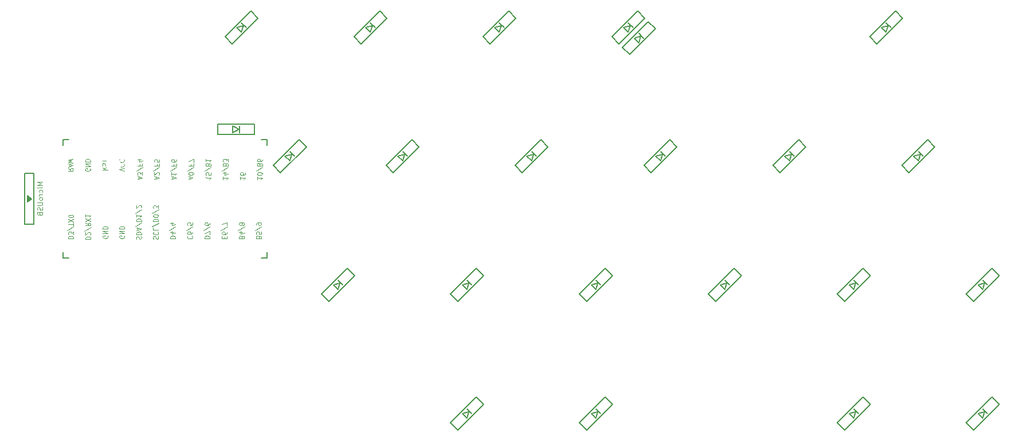
<source format=gbo>
G04 #@! TF.GenerationSoftware,KiCad,Pcbnew,(5.1.10-1-10_14)*
G04 #@! TF.CreationDate,2021-09-05T18:30:28+10:00*
G04 #@! TF.ProjectId,WTL-Split-Left,57544c2d-5370-46c6-9974-2d4c6566742e,rev?*
G04 #@! TF.SameCoordinates,Original*
G04 #@! TF.FileFunction,Legend,Bot*
G04 #@! TF.FilePolarity,Positive*
%FSLAX46Y46*%
G04 Gerber Fmt 4.6, Leading zero omitted, Abs format (unit mm)*
G04 Created by KiCad (PCBNEW (5.1.10-1-10_14)) date 2021-09-05 18:30:28*
%MOMM*%
%LPD*%
G01*
G04 APERTURE LIST*
%ADD10C,0.150000*%
%ADD11C,0.125000*%
%ADD12C,0.120000*%
%ADD13C,1.200000*%
%ADD14C,0.100000*%
%ADD15R,1.400000X1.000000*%
%ADD16C,2.250000*%
%ADD17C,3.987800*%
%ADD18C,1.750000*%
%ADD19C,3.048000*%
G04 APERTURE END LIST*
D10*
X214312500Y-82636643D02*
X215019607Y-83343750D01*
X214595343Y-83060907D02*
X213605393Y-83343750D01*
X214312500Y-84050857D02*
X214595343Y-83060907D01*
X213605393Y-83343750D02*
X214312500Y-84050857D01*
X211872982Y-84722608D02*
X212933642Y-85783268D01*
X215691358Y-80904232D02*
X216752018Y-81964892D01*
X211872982Y-84722608D02*
X215691358Y-80904232D01*
X216752018Y-81964892D02*
X212933642Y-85783268D01*
X195262500Y-82636643D02*
X195969607Y-83343750D01*
X195545343Y-83060907D02*
X194555393Y-83343750D01*
X195262500Y-84050857D02*
X195545343Y-83060907D01*
X194555393Y-83343750D02*
X195262500Y-84050857D01*
X192822982Y-84722608D02*
X193883642Y-85783268D01*
X196641358Y-80904232D02*
X197702018Y-81964892D01*
X192822982Y-84722608D02*
X196641358Y-80904232D01*
X197702018Y-81964892D02*
X193883642Y-85783268D01*
X157162500Y-82636643D02*
X157869607Y-83343750D01*
X157445343Y-83060907D02*
X156455393Y-83343750D01*
X157162500Y-84050857D02*
X157445343Y-83060907D01*
X156455393Y-83343750D02*
X157162500Y-84050857D01*
X154722982Y-84722608D02*
X155783642Y-85783268D01*
X158541358Y-80904232D02*
X159602018Y-81964892D01*
X154722982Y-84722608D02*
X158541358Y-80904232D01*
X159602018Y-81964892D02*
X155783642Y-85783268D01*
X138112500Y-82636643D02*
X138819607Y-83343750D01*
X138395343Y-83060907D02*
X137405393Y-83343750D01*
X138112500Y-84050857D02*
X138395343Y-83060907D01*
X137405393Y-83343750D02*
X138112500Y-84050857D01*
X135672982Y-84722608D02*
X136733642Y-85783268D01*
X139491358Y-80904232D02*
X140552018Y-81964892D01*
X135672982Y-84722608D02*
X139491358Y-80904232D01*
X140552018Y-81964892D02*
X136733642Y-85783268D01*
X214312500Y-63586643D02*
X215019607Y-64293750D01*
X214595343Y-64010907D02*
X213605393Y-64293750D01*
X214312500Y-65000857D02*
X214595343Y-64010907D01*
X213605393Y-64293750D02*
X214312500Y-65000857D01*
X211872982Y-65672608D02*
X212933642Y-66733268D01*
X215691358Y-61854232D02*
X216752018Y-62914892D01*
X211872982Y-65672608D02*
X215691358Y-61854232D01*
X216752018Y-62914892D02*
X212933642Y-66733268D01*
X195262500Y-63586643D02*
X195969607Y-64293750D01*
X195545343Y-64010907D02*
X194555393Y-64293750D01*
X195262500Y-65000857D02*
X195545343Y-64010907D01*
X194555393Y-64293750D02*
X195262500Y-65000857D01*
X192822982Y-65672608D02*
X193883642Y-66733268D01*
X196641358Y-61854232D02*
X197702018Y-62914892D01*
X192822982Y-65672608D02*
X196641358Y-61854232D01*
X197702018Y-62914892D02*
X193883642Y-66733268D01*
X176212500Y-63586643D02*
X176919607Y-64293750D01*
X176495343Y-64010907D02*
X175505393Y-64293750D01*
X176212500Y-65000857D02*
X176495343Y-64010907D01*
X175505393Y-64293750D02*
X176212500Y-65000857D01*
X173772982Y-65672608D02*
X174833642Y-66733268D01*
X177591358Y-61854232D02*
X178652018Y-62914892D01*
X173772982Y-65672608D02*
X177591358Y-61854232D01*
X178652018Y-62914892D02*
X174833642Y-66733268D01*
X157162500Y-63586643D02*
X157869607Y-64293750D01*
X157445343Y-64010907D02*
X156455393Y-64293750D01*
X157162500Y-65000857D02*
X157445343Y-64010907D01*
X156455393Y-64293750D02*
X157162500Y-65000857D01*
X154722982Y-65672608D02*
X155783642Y-66733268D01*
X158541358Y-61854232D02*
X159602018Y-62914892D01*
X154722982Y-65672608D02*
X158541358Y-61854232D01*
X159602018Y-62914892D02*
X155783642Y-66733268D01*
X138112500Y-63586643D02*
X138819607Y-64293750D01*
X138395343Y-64010907D02*
X137405393Y-64293750D01*
X138112500Y-65000857D02*
X138395343Y-64010907D01*
X137405393Y-64293750D02*
X138112500Y-65000857D01*
X135672982Y-65672608D02*
X136733642Y-66733268D01*
X139491358Y-61854232D02*
X140552018Y-62914892D01*
X135672982Y-65672608D02*
X139491358Y-61854232D01*
X140552018Y-62914892D02*
X136733642Y-66733268D01*
X119062500Y-63586643D02*
X119769607Y-64293750D01*
X119345343Y-64010907D02*
X118355393Y-64293750D01*
X119062500Y-65000857D02*
X119345343Y-64010907D01*
X118355393Y-64293750D02*
X119062500Y-65000857D01*
X116622982Y-65672608D02*
X117683642Y-66733268D01*
X120441358Y-61854232D02*
X121502018Y-62914892D01*
X116622982Y-65672608D02*
X120441358Y-61854232D01*
X121502018Y-62914892D02*
X117683642Y-66733268D01*
X204787500Y-44536643D02*
X205494607Y-45243750D01*
X205070343Y-44960907D02*
X204080393Y-45243750D01*
X204787500Y-45950857D02*
X205070343Y-44960907D01*
X204080393Y-45243750D02*
X204787500Y-45950857D01*
X202347982Y-46622608D02*
X203408642Y-47683268D01*
X206166358Y-42804232D02*
X207227018Y-43864892D01*
X202347982Y-46622608D02*
X206166358Y-42804232D01*
X207227018Y-43864892D02*
X203408642Y-47683268D01*
X185737500Y-44536643D02*
X186444607Y-45243750D01*
X186020343Y-44960907D02*
X185030393Y-45243750D01*
X185737500Y-45950857D02*
X186020343Y-44960907D01*
X185030393Y-45243750D02*
X185737500Y-45950857D01*
X183297982Y-46622608D02*
X184358642Y-47683268D01*
X187116358Y-42804232D02*
X188177018Y-43864892D01*
X183297982Y-46622608D02*
X187116358Y-42804232D01*
X188177018Y-43864892D02*
X184358642Y-47683268D01*
X166687500Y-44536643D02*
X167394607Y-45243750D01*
X166970343Y-44960907D02*
X165980393Y-45243750D01*
X166687500Y-45950857D02*
X166970343Y-44960907D01*
X165980393Y-45243750D02*
X166687500Y-45950857D01*
X164247982Y-46622608D02*
X165308642Y-47683268D01*
X168066358Y-42804232D02*
X169127018Y-43864892D01*
X164247982Y-46622608D02*
X168066358Y-42804232D01*
X169127018Y-43864892D02*
X165308642Y-47683268D01*
X147637500Y-44536643D02*
X148344607Y-45243750D01*
X147920343Y-44960907D02*
X146930393Y-45243750D01*
X147637500Y-45950857D02*
X147920343Y-44960907D01*
X146930393Y-45243750D02*
X147637500Y-45950857D01*
X145197982Y-46622608D02*
X146258642Y-47683268D01*
X149016358Y-42804232D02*
X150077018Y-43864892D01*
X145197982Y-46622608D02*
X149016358Y-42804232D01*
X150077018Y-43864892D02*
X146258642Y-47683268D01*
X128587500Y-44536643D02*
X129294607Y-45243750D01*
X128870343Y-44960907D02*
X127880393Y-45243750D01*
X128587500Y-45950857D02*
X128870343Y-44960907D01*
X127880393Y-45243750D02*
X128587500Y-45950857D01*
X126147982Y-46622608D02*
X127208642Y-47683268D01*
X129966358Y-42804232D02*
X131027018Y-43864892D01*
X126147982Y-46622608D02*
X129966358Y-42804232D01*
X131027018Y-43864892D02*
X127208642Y-47683268D01*
X111918750Y-44536643D02*
X112625857Y-45243750D01*
X112201593Y-44960907D02*
X111211643Y-45243750D01*
X111918750Y-45950857D02*
X112201593Y-44960907D01*
X111211643Y-45243750D02*
X111918750Y-45950857D01*
X109479232Y-46622608D02*
X110539892Y-47683268D01*
X113297608Y-42804232D02*
X114358268Y-43864892D01*
X109479232Y-46622608D02*
X113297608Y-42804232D01*
X114358268Y-43864892D02*
X110539892Y-47683268D01*
X104481250Y-40775000D02*
X104481250Y-41775000D01*
X104381250Y-41275000D02*
X103481250Y-40775000D01*
X103481250Y-41775000D02*
X104381250Y-41275000D01*
X103481250Y-40775000D02*
X103481250Y-41775000D01*
X101281250Y-40525000D02*
X101281250Y-42025000D01*
X106681250Y-40525000D02*
X106681250Y-42025000D01*
X101281250Y-40525000D02*
X106681250Y-40525000D01*
X106681250Y-42025000D02*
X101281250Y-42025000D01*
X200025000Y-25486643D02*
X200732107Y-26193750D01*
X200307843Y-25910907D02*
X199317893Y-26193750D01*
X200025000Y-26900857D02*
X200307843Y-25910907D01*
X199317893Y-26193750D02*
X200025000Y-26900857D01*
X197585482Y-27572608D02*
X198646142Y-28633268D01*
X201403858Y-23754232D02*
X202464518Y-24814892D01*
X197585482Y-27572608D02*
X201403858Y-23754232D01*
X202464518Y-24814892D02*
X198646142Y-28633268D01*
X163512500Y-27074143D02*
X164219607Y-27781250D01*
X163795343Y-27498407D02*
X162805393Y-27781250D01*
X163512500Y-28488357D02*
X163795343Y-27498407D01*
X162805393Y-27781250D02*
X163512500Y-28488357D01*
X161072982Y-29160108D02*
X162133642Y-30220768D01*
X164891358Y-25341732D02*
X165952018Y-26402392D01*
X161072982Y-29160108D02*
X164891358Y-25341732D01*
X165952018Y-26402392D02*
X162133642Y-30220768D01*
X161925000Y-25486643D02*
X162632107Y-26193750D01*
X162207843Y-25910907D02*
X161217893Y-26193750D01*
X161925000Y-26900857D02*
X162207843Y-25910907D01*
X161217893Y-26193750D02*
X161925000Y-26900857D01*
X159485482Y-27572608D02*
X160546142Y-28633268D01*
X163303858Y-23754232D02*
X164364518Y-24814892D01*
X159485482Y-27572608D02*
X163303858Y-23754232D01*
X164364518Y-24814892D02*
X160546142Y-28633268D01*
X142875000Y-25486643D02*
X143582107Y-26193750D01*
X143157843Y-25910907D02*
X142167893Y-26193750D01*
X142875000Y-26900857D02*
X143157843Y-25910907D01*
X142167893Y-26193750D02*
X142875000Y-26900857D01*
X140435482Y-27572608D02*
X141496142Y-28633268D01*
X144253858Y-23754232D02*
X145314518Y-24814892D01*
X140435482Y-27572608D02*
X144253858Y-23754232D01*
X145314518Y-24814892D02*
X141496142Y-28633268D01*
X123825000Y-25486643D02*
X124532107Y-26193750D01*
X124107843Y-25910907D02*
X123117893Y-26193750D01*
X123825000Y-26900857D02*
X124107843Y-25910907D01*
X123117893Y-26193750D02*
X123825000Y-26900857D01*
X121385482Y-27572608D02*
X122446142Y-28633268D01*
X125203858Y-23754232D02*
X126264518Y-24814892D01*
X121385482Y-27572608D02*
X125203858Y-23754232D01*
X126264518Y-24814892D02*
X122446142Y-28633268D01*
X104775000Y-25486643D02*
X105482107Y-26193750D01*
X105057843Y-25910907D02*
X104067893Y-26193750D01*
X104775000Y-26900857D02*
X105057843Y-25910907D01*
X104067893Y-26193750D02*
X104775000Y-26900857D01*
X102335482Y-27572608D02*
X103396142Y-28633268D01*
X106153858Y-23754232D02*
X107214518Y-24814892D01*
X102335482Y-27572608D02*
X106153858Y-23754232D01*
X107214518Y-24814892D02*
X103396142Y-28633268D01*
X73580000Y-51412000D02*
X73580000Y-51712000D01*
X73430000Y-51312000D02*
X73430000Y-51812000D01*
X73280000Y-51212000D02*
X73280000Y-51912000D01*
X73780000Y-51562000D02*
X73130000Y-51062000D01*
X73130000Y-52062000D02*
X73780000Y-51562000D01*
X73130000Y-51062000D02*
X73130000Y-52062000D01*
X72780000Y-55312000D02*
X72780000Y-47812000D01*
X74080000Y-55312000D02*
X72780000Y-55312000D01*
X74080000Y-47812000D02*
X74080000Y-55312000D01*
X72780000Y-47812000D02*
X74080000Y-47812000D01*
X78380000Y-42812000D02*
X79230000Y-42812000D01*
X78380000Y-60312000D02*
X79230000Y-60312000D01*
X78380000Y-42812000D02*
X78380000Y-43662000D01*
X78380000Y-60312000D02*
X78380000Y-59512000D01*
X107680000Y-42812000D02*
X108580000Y-42812000D01*
X107730000Y-60312000D02*
X108580000Y-60312000D01*
X108580000Y-42812000D02*
X108580000Y-43662000D01*
X108580000Y-60312000D02*
X108580000Y-59452000D01*
D11*
X79140714Y-47029619D02*
X79497857Y-47252952D01*
X79140714Y-47412476D02*
X79890714Y-47412476D01*
X79890714Y-47157238D01*
X79855000Y-47093428D01*
X79819285Y-47061523D01*
X79747857Y-47029619D01*
X79640714Y-47029619D01*
X79569285Y-47061523D01*
X79533571Y-47093428D01*
X79497857Y-47157238D01*
X79497857Y-47412476D01*
X79355000Y-46774380D02*
X79355000Y-46455333D01*
X79140714Y-46838190D02*
X79890714Y-46614857D01*
X79140714Y-46391523D01*
X79890714Y-46232000D02*
X79140714Y-46072476D01*
X79676428Y-45944857D01*
X79140714Y-45817238D01*
X79890714Y-45657714D01*
X82405000Y-47077476D02*
X82440714Y-47141285D01*
X82440714Y-47237000D01*
X82405000Y-47332714D01*
X82333571Y-47396523D01*
X82262142Y-47428428D01*
X82119285Y-47460333D01*
X82012142Y-47460333D01*
X81869285Y-47428428D01*
X81797857Y-47396523D01*
X81726428Y-47332714D01*
X81690714Y-47237000D01*
X81690714Y-47173190D01*
X81726428Y-47077476D01*
X81762142Y-47045571D01*
X82012142Y-47045571D01*
X82012142Y-47173190D01*
X81690714Y-46758428D02*
X82440714Y-46758428D01*
X81690714Y-46375571D01*
X82440714Y-46375571D01*
X81690714Y-46056523D02*
X82440714Y-46056523D01*
X82440714Y-45897000D01*
X82405000Y-45801285D01*
X82333571Y-45737476D01*
X82262142Y-45705571D01*
X82119285Y-45673666D01*
X82012142Y-45673666D01*
X81869285Y-45705571D01*
X81797857Y-45737476D01*
X81726428Y-45801285D01*
X81690714Y-45897000D01*
X81690714Y-46056523D01*
X84240714Y-46933904D02*
X84597857Y-47157238D01*
X84240714Y-47316761D02*
X84990714Y-47316761D01*
X84990714Y-47061523D01*
X84955000Y-46997714D01*
X84919285Y-46965809D01*
X84847857Y-46933904D01*
X84740714Y-46933904D01*
X84669285Y-46965809D01*
X84633571Y-46997714D01*
X84597857Y-47061523D01*
X84597857Y-47316761D01*
X84276428Y-46678666D02*
X84240714Y-46582952D01*
X84240714Y-46423428D01*
X84276428Y-46359619D01*
X84312142Y-46327714D01*
X84383571Y-46295809D01*
X84455000Y-46295809D01*
X84526428Y-46327714D01*
X84562142Y-46359619D01*
X84597857Y-46423428D01*
X84633571Y-46551047D01*
X84669285Y-46614857D01*
X84705000Y-46646761D01*
X84776428Y-46678666D01*
X84847857Y-46678666D01*
X84919285Y-46646761D01*
X84955000Y-46614857D01*
X84990714Y-46551047D01*
X84990714Y-46391523D01*
X84955000Y-46295809D01*
X84990714Y-46104380D02*
X84990714Y-45721523D01*
X84240714Y-45912952D02*
X84990714Y-45912952D01*
X87440714Y-47460333D02*
X86690714Y-47237000D01*
X87440714Y-47013666D01*
X86762142Y-46407476D02*
X86726428Y-46439380D01*
X86690714Y-46535095D01*
X86690714Y-46598904D01*
X86726428Y-46694619D01*
X86797857Y-46758428D01*
X86869285Y-46790333D01*
X87012142Y-46822238D01*
X87119285Y-46822238D01*
X87262142Y-46790333D01*
X87333571Y-46758428D01*
X87405000Y-46694619D01*
X87440714Y-46598904D01*
X87440714Y-46535095D01*
X87405000Y-46439380D01*
X87369285Y-46407476D01*
X86762142Y-45737476D02*
X86726428Y-45769380D01*
X86690714Y-45865095D01*
X86690714Y-45928904D01*
X86726428Y-46024619D01*
X86797857Y-46088428D01*
X86869285Y-46120333D01*
X87012142Y-46152238D01*
X87119285Y-46152238D01*
X87262142Y-46120333D01*
X87333571Y-46088428D01*
X87405000Y-46024619D01*
X87440714Y-45928904D01*
X87440714Y-45865095D01*
X87405000Y-45769380D01*
X87369285Y-45737476D01*
X89605000Y-48602714D02*
X89605000Y-48283666D01*
X89390714Y-48666523D02*
X90140714Y-48443190D01*
X89390714Y-48219857D01*
X90140714Y-48060333D02*
X90140714Y-47645571D01*
X89855000Y-47868904D01*
X89855000Y-47773190D01*
X89819285Y-47709380D01*
X89783571Y-47677476D01*
X89712142Y-47645571D01*
X89533571Y-47645571D01*
X89462142Y-47677476D01*
X89426428Y-47709380D01*
X89390714Y-47773190D01*
X89390714Y-47964619D01*
X89426428Y-48028428D01*
X89462142Y-48060333D01*
X90176428Y-46879857D02*
X89212142Y-47454142D01*
X89783571Y-46433190D02*
X89783571Y-46656523D01*
X89390714Y-46656523D02*
X90140714Y-46656523D01*
X90140714Y-46337476D01*
X89890714Y-45795095D02*
X89390714Y-45795095D01*
X90176428Y-45954619D02*
X89640714Y-46114142D01*
X89640714Y-45699380D01*
X92105000Y-48602714D02*
X92105000Y-48283666D01*
X91890714Y-48666523D02*
X92640714Y-48443190D01*
X91890714Y-48219857D01*
X92569285Y-48028428D02*
X92605000Y-47996523D01*
X92640714Y-47932714D01*
X92640714Y-47773190D01*
X92605000Y-47709380D01*
X92569285Y-47677476D01*
X92497857Y-47645571D01*
X92426428Y-47645571D01*
X92319285Y-47677476D01*
X91890714Y-48060333D01*
X91890714Y-47645571D01*
X92676428Y-46879857D02*
X91712142Y-47454142D01*
X92283571Y-46433190D02*
X92283571Y-46656523D01*
X91890714Y-46656523D02*
X92640714Y-46656523D01*
X92640714Y-46337476D01*
X92640714Y-45763190D02*
X92640714Y-46082238D01*
X92283571Y-46114142D01*
X92319285Y-46082238D01*
X92355000Y-46018428D01*
X92355000Y-45858904D01*
X92319285Y-45795095D01*
X92283571Y-45763190D01*
X92212142Y-45731285D01*
X92033571Y-45731285D01*
X91962142Y-45763190D01*
X91926428Y-45795095D01*
X91890714Y-45858904D01*
X91890714Y-46018428D01*
X91926428Y-46082238D01*
X91962142Y-46114142D01*
X94605000Y-48602714D02*
X94605000Y-48283666D01*
X94390714Y-48666523D02*
X95140714Y-48443190D01*
X94390714Y-48219857D01*
X94390714Y-47645571D02*
X94390714Y-48028428D01*
X94390714Y-47837000D02*
X95140714Y-47837000D01*
X95033571Y-47900809D01*
X94962142Y-47964619D01*
X94926428Y-48028428D01*
X95176428Y-46879857D02*
X94212142Y-47454142D01*
X94783571Y-46433190D02*
X94783571Y-46656523D01*
X94390714Y-46656523D02*
X95140714Y-46656523D01*
X95140714Y-46337476D01*
X95140714Y-45795095D02*
X95140714Y-45922714D01*
X95105000Y-45986523D01*
X95069285Y-46018428D01*
X94962142Y-46082238D01*
X94819285Y-46114142D01*
X94533571Y-46114142D01*
X94462142Y-46082238D01*
X94426428Y-46050333D01*
X94390714Y-45986523D01*
X94390714Y-45858904D01*
X94426428Y-45795095D01*
X94462142Y-45763190D01*
X94533571Y-45731285D01*
X94712142Y-45731285D01*
X94783571Y-45763190D01*
X94819285Y-45795095D01*
X94855000Y-45858904D01*
X94855000Y-45986523D01*
X94819285Y-46050333D01*
X94783571Y-46082238D01*
X94712142Y-46114142D01*
X97155000Y-48602714D02*
X97155000Y-48283666D01*
X96940714Y-48666523D02*
X97690714Y-48443190D01*
X96940714Y-48219857D01*
X97690714Y-47868904D02*
X97690714Y-47805095D01*
X97655000Y-47741285D01*
X97619285Y-47709380D01*
X97547857Y-47677476D01*
X97405000Y-47645571D01*
X97226428Y-47645571D01*
X97083571Y-47677476D01*
X97012142Y-47709380D01*
X96976428Y-47741285D01*
X96940714Y-47805095D01*
X96940714Y-47868904D01*
X96976428Y-47932714D01*
X97012142Y-47964619D01*
X97083571Y-47996523D01*
X97226428Y-48028428D01*
X97405000Y-48028428D01*
X97547857Y-47996523D01*
X97619285Y-47964619D01*
X97655000Y-47932714D01*
X97690714Y-47868904D01*
X97726428Y-46879857D02*
X96762142Y-47454142D01*
X97333571Y-46433190D02*
X97333571Y-46656523D01*
X96940714Y-46656523D02*
X97690714Y-46656523D01*
X97690714Y-46337476D01*
X97690714Y-46146047D02*
X97690714Y-45699380D01*
X96940714Y-45986523D01*
X99490714Y-48299619D02*
X99490714Y-48682476D01*
X99490714Y-48491047D02*
X100240714Y-48491047D01*
X100133571Y-48554857D01*
X100062142Y-48618666D01*
X100026428Y-48682476D01*
X100240714Y-47693428D02*
X100240714Y-48012476D01*
X99883571Y-48044380D01*
X99919285Y-48012476D01*
X99955000Y-47948666D01*
X99955000Y-47789142D01*
X99919285Y-47725333D01*
X99883571Y-47693428D01*
X99812142Y-47661523D01*
X99633571Y-47661523D01*
X99562142Y-47693428D01*
X99526428Y-47725333D01*
X99490714Y-47789142D01*
X99490714Y-47948666D01*
X99526428Y-48012476D01*
X99562142Y-48044380D01*
X100276428Y-46895809D02*
X99312142Y-47470095D01*
X99883571Y-46449142D02*
X99847857Y-46353428D01*
X99812142Y-46321523D01*
X99740714Y-46289619D01*
X99633571Y-46289619D01*
X99562142Y-46321523D01*
X99526428Y-46353428D01*
X99490714Y-46417238D01*
X99490714Y-46672476D01*
X100240714Y-46672476D01*
X100240714Y-46449142D01*
X100205000Y-46385333D01*
X100169285Y-46353428D01*
X100097857Y-46321523D01*
X100026428Y-46321523D01*
X99955000Y-46353428D01*
X99919285Y-46385333D01*
X99883571Y-46449142D01*
X99883571Y-46672476D01*
X99490714Y-45651523D02*
X99490714Y-46034380D01*
X99490714Y-45842952D02*
X100240714Y-45842952D01*
X100133571Y-45906761D01*
X100062142Y-45970571D01*
X100026428Y-46034380D01*
X102040714Y-48299619D02*
X102040714Y-48682476D01*
X102040714Y-48491047D02*
X102790714Y-48491047D01*
X102683571Y-48554857D01*
X102612142Y-48618666D01*
X102576428Y-48682476D01*
X102540714Y-47725333D02*
X102040714Y-47725333D01*
X102826428Y-47884857D02*
X102290714Y-48044380D01*
X102290714Y-47629619D01*
X102826428Y-46895809D02*
X101862142Y-47470095D01*
X102433571Y-46449142D02*
X102397857Y-46353428D01*
X102362142Y-46321523D01*
X102290714Y-46289619D01*
X102183571Y-46289619D01*
X102112142Y-46321523D01*
X102076428Y-46353428D01*
X102040714Y-46417238D01*
X102040714Y-46672476D01*
X102790714Y-46672476D01*
X102790714Y-46449142D01*
X102755000Y-46385333D01*
X102719285Y-46353428D01*
X102647857Y-46321523D01*
X102576428Y-46321523D01*
X102505000Y-46353428D01*
X102469285Y-46385333D01*
X102433571Y-46449142D01*
X102433571Y-46672476D01*
X102790714Y-46066285D02*
X102790714Y-45651523D01*
X102505000Y-45874857D01*
X102505000Y-45779142D01*
X102469285Y-45715333D01*
X102433571Y-45683428D01*
X102362142Y-45651523D01*
X102183571Y-45651523D01*
X102112142Y-45683428D01*
X102076428Y-45715333D01*
X102040714Y-45779142D01*
X102040714Y-45970571D01*
X102076428Y-46034380D01*
X102112142Y-46066285D01*
X107090714Y-48299619D02*
X107090714Y-48682476D01*
X107090714Y-48491047D02*
X107840714Y-48491047D01*
X107733571Y-48554857D01*
X107662142Y-48618666D01*
X107626428Y-48682476D01*
X107840714Y-47884857D02*
X107840714Y-47821047D01*
X107805000Y-47757238D01*
X107769285Y-47725333D01*
X107697857Y-47693428D01*
X107555000Y-47661523D01*
X107376428Y-47661523D01*
X107233571Y-47693428D01*
X107162142Y-47725333D01*
X107126428Y-47757238D01*
X107090714Y-47821047D01*
X107090714Y-47884857D01*
X107126428Y-47948666D01*
X107162142Y-47980571D01*
X107233571Y-48012476D01*
X107376428Y-48044380D01*
X107555000Y-48044380D01*
X107697857Y-48012476D01*
X107769285Y-47980571D01*
X107805000Y-47948666D01*
X107840714Y-47884857D01*
X107876428Y-46895809D02*
X106912142Y-47470095D01*
X107483571Y-46449142D02*
X107447857Y-46353428D01*
X107412142Y-46321523D01*
X107340714Y-46289619D01*
X107233571Y-46289619D01*
X107162142Y-46321523D01*
X107126428Y-46353428D01*
X107090714Y-46417238D01*
X107090714Y-46672476D01*
X107840714Y-46672476D01*
X107840714Y-46449142D01*
X107805000Y-46385333D01*
X107769285Y-46353428D01*
X107697857Y-46321523D01*
X107626428Y-46321523D01*
X107555000Y-46353428D01*
X107519285Y-46385333D01*
X107483571Y-46449142D01*
X107483571Y-46672476D01*
X107840714Y-45715333D02*
X107840714Y-45842952D01*
X107805000Y-45906761D01*
X107769285Y-45938666D01*
X107662142Y-46002476D01*
X107519285Y-46034380D01*
X107233571Y-46034380D01*
X107162142Y-46002476D01*
X107126428Y-45970571D01*
X107090714Y-45906761D01*
X107090714Y-45779142D01*
X107126428Y-45715333D01*
X107162142Y-45683428D01*
X107233571Y-45651523D01*
X107412142Y-45651523D01*
X107483571Y-45683428D01*
X107519285Y-45715333D01*
X107555000Y-45779142D01*
X107555000Y-45906761D01*
X107519285Y-45970571D01*
X107483571Y-46002476D01*
X107412142Y-46034380D01*
X104590714Y-48299619D02*
X104590714Y-48682476D01*
X104590714Y-48491047D02*
X105340714Y-48491047D01*
X105233571Y-48554857D01*
X105162142Y-48618666D01*
X105126428Y-48682476D01*
X105340714Y-47725333D02*
X105340714Y-47852952D01*
X105305000Y-47916761D01*
X105269285Y-47948666D01*
X105162142Y-48012476D01*
X105019285Y-48044380D01*
X104733571Y-48044380D01*
X104662142Y-48012476D01*
X104626428Y-47980571D01*
X104590714Y-47916761D01*
X104590714Y-47789142D01*
X104626428Y-47725333D01*
X104662142Y-47693428D01*
X104733571Y-47661523D01*
X104912142Y-47661523D01*
X104983571Y-47693428D01*
X105019285Y-47725333D01*
X105055000Y-47789142D01*
X105055000Y-47916761D01*
X105019285Y-47980571D01*
X104983571Y-48012476D01*
X104912142Y-48044380D01*
X105376428Y-46895809D02*
X104412142Y-47470095D01*
X104983571Y-46449142D02*
X104947857Y-46353428D01*
X104912142Y-46321523D01*
X104840714Y-46289619D01*
X104733571Y-46289619D01*
X104662142Y-46321523D01*
X104626428Y-46353428D01*
X104590714Y-46417238D01*
X104590714Y-46672476D01*
X105340714Y-46672476D01*
X105340714Y-46449142D01*
X105305000Y-46385333D01*
X105269285Y-46353428D01*
X105197857Y-46321523D01*
X105126428Y-46321523D01*
X105055000Y-46353428D01*
X105019285Y-46385333D01*
X104983571Y-46449142D01*
X104983571Y-46672476D01*
X105269285Y-46034380D02*
X105305000Y-46002476D01*
X105340714Y-45938666D01*
X105340714Y-45779142D01*
X105305000Y-45715333D01*
X105269285Y-45683428D01*
X105197857Y-45651523D01*
X105126428Y-45651523D01*
X105019285Y-45683428D01*
X104590714Y-46066285D01*
X104590714Y-45651523D01*
X102283571Y-57399619D02*
X102283571Y-57176285D01*
X101890714Y-57080571D02*
X101890714Y-57399619D01*
X102640714Y-57399619D01*
X102640714Y-57080571D01*
X102640714Y-56506285D02*
X102640714Y-56633904D01*
X102605000Y-56697714D01*
X102569285Y-56729619D01*
X102462142Y-56793428D01*
X102319285Y-56825333D01*
X102033571Y-56825333D01*
X101962142Y-56793428D01*
X101926428Y-56761523D01*
X101890714Y-56697714D01*
X101890714Y-56570095D01*
X101926428Y-56506285D01*
X101962142Y-56474380D01*
X102033571Y-56442476D01*
X102212142Y-56442476D01*
X102283571Y-56474380D01*
X102319285Y-56506285D01*
X102355000Y-56570095D01*
X102355000Y-56697714D01*
X102319285Y-56761523D01*
X102283571Y-56793428D01*
X102212142Y-56825333D01*
X102676428Y-55676761D02*
X101712142Y-56251047D01*
X102640714Y-55517238D02*
X102640714Y-55070571D01*
X101890714Y-55357714D01*
X99340714Y-57431523D02*
X100090714Y-57431523D01*
X100090714Y-57272000D01*
X100055000Y-57176285D01*
X99983571Y-57112476D01*
X99912142Y-57080571D01*
X99769285Y-57048666D01*
X99662142Y-57048666D01*
X99519285Y-57080571D01*
X99447857Y-57112476D01*
X99376428Y-57176285D01*
X99340714Y-57272000D01*
X99340714Y-57431523D01*
X100090714Y-56825333D02*
X100090714Y-56378666D01*
X99340714Y-56665809D01*
X100126428Y-55644857D02*
X99162142Y-56219142D01*
X100090714Y-55134380D02*
X100090714Y-55262000D01*
X100055000Y-55325809D01*
X100019285Y-55357714D01*
X99912142Y-55421523D01*
X99769285Y-55453428D01*
X99483571Y-55453428D01*
X99412142Y-55421523D01*
X99376428Y-55389619D01*
X99340714Y-55325809D01*
X99340714Y-55198190D01*
X99376428Y-55134380D01*
X99412142Y-55102476D01*
X99483571Y-55070571D01*
X99662142Y-55070571D01*
X99733571Y-55102476D01*
X99769285Y-55134380D01*
X99805000Y-55198190D01*
X99805000Y-55325809D01*
X99769285Y-55389619D01*
X99733571Y-55421523D01*
X99662142Y-55453428D01*
X85005000Y-57027476D02*
X85040714Y-57091285D01*
X85040714Y-57187000D01*
X85005000Y-57282714D01*
X84933571Y-57346523D01*
X84862142Y-57378428D01*
X84719285Y-57410333D01*
X84612142Y-57410333D01*
X84469285Y-57378428D01*
X84397857Y-57346523D01*
X84326428Y-57282714D01*
X84290714Y-57187000D01*
X84290714Y-57123190D01*
X84326428Y-57027476D01*
X84362142Y-56995571D01*
X84612142Y-56995571D01*
X84612142Y-57123190D01*
X84290714Y-56708428D02*
X85040714Y-56708428D01*
X84290714Y-56325571D01*
X85040714Y-56325571D01*
X84290714Y-56006523D02*
X85040714Y-56006523D01*
X85040714Y-55847000D01*
X85005000Y-55751285D01*
X84933571Y-55687476D01*
X84862142Y-55655571D01*
X84719285Y-55623666D01*
X84612142Y-55623666D01*
X84469285Y-55655571D01*
X84397857Y-55687476D01*
X84326428Y-55751285D01*
X84290714Y-55847000D01*
X84290714Y-56006523D01*
X87455000Y-57027476D02*
X87490714Y-57091285D01*
X87490714Y-57187000D01*
X87455000Y-57282714D01*
X87383571Y-57346523D01*
X87312142Y-57378428D01*
X87169285Y-57410333D01*
X87062142Y-57410333D01*
X86919285Y-57378428D01*
X86847857Y-57346523D01*
X86776428Y-57282714D01*
X86740714Y-57187000D01*
X86740714Y-57123190D01*
X86776428Y-57027476D01*
X86812142Y-56995571D01*
X87062142Y-56995571D01*
X87062142Y-57123190D01*
X86740714Y-56708428D02*
X87490714Y-56708428D01*
X86740714Y-56325571D01*
X87490714Y-56325571D01*
X86740714Y-56006523D02*
X87490714Y-56006523D01*
X87490714Y-55847000D01*
X87455000Y-55751285D01*
X87383571Y-55687476D01*
X87312142Y-55655571D01*
X87169285Y-55623666D01*
X87062142Y-55623666D01*
X86919285Y-55655571D01*
X86847857Y-55687476D01*
X86776428Y-55751285D01*
X86740714Y-55847000D01*
X86740714Y-56006523D01*
X79190714Y-57455809D02*
X79940714Y-57455809D01*
X79940714Y-57296285D01*
X79905000Y-57200571D01*
X79833571Y-57136761D01*
X79762142Y-57104857D01*
X79619285Y-57072952D01*
X79512142Y-57072952D01*
X79369285Y-57104857D01*
X79297857Y-57136761D01*
X79226428Y-57200571D01*
X79190714Y-57296285D01*
X79190714Y-57455809D01*
X79940714Y-56849619D02*
X79940714Y-56434857D01*
X79655000Y-56658190D01*
X79655000Y-56562476D01*
X79619285Y-56498666D01*
X79583571Y-56466761D01*
X79512142Y-56434857D01*
X79333571Y-56434857D01*
X79262142Y-56466761D01*
X79226428Y-56498666D01*
X79190714Y-56562476D01*
X79190714Y-56753904D01*
X79226428Y-56817714D01*
X79262142Y-56849619D01*
X79976428Y-55669142D02*
X79012142Y-56243428D01*
X79940714Y-55541523D02*
X79940714Y-55158666D01*
X79190714Y-55350095D02*
X79940714Y-55350095D01*
X79940714Y-54999142D02*
X79190714Y-54552476D01*
X79940714Y-54552476D02*
X79190714Y-54999142D01*
X79940714Y-54169619D02*
X79940714Y-54105809D01*
X79905000Y-54042000D01*
X79869285Y-54010095D01*
X79797857Y-53978190D01*
X79655000Y-53946285D01*
X79476428Y-53946285D01*
X79333571Y-53978190D01*
X79262142Y-54010095D01*
X79226428Y-54042000D01*
X79190714Y-54105809D01*
X79190714Y-54169619D01*
X79226428Y-54233428D01*
X79262142Y-54265333D01*
X79333571Y-54297238D01*
X79476428Y-54329142D01*
X79655000Y-54329142D01*
X79797857Y-54297238D01*
X79869285Y-54265333D01*
X79905000Y-54233428D01*
X79940714Y-54169619D01*
X94240714Y-57431523D02*
X94990714Y-57431523D01*
X94990714Y-57272000D01*
X94955000Y-57176285D01*
X94883571Y-57112476D01*
X94812142Y-57080571D01*
X94669285Y-57048666D01*
X94562142Y-57048666D01*
X94419285Y-57080571D01*
X94347857Y-57112476D01*
X94276428Y-57176285D01*
X94240714Y-57272000D01*
X94240714Y-57431523D01*
X94740714Y-56474380D02*
X94240714Y-56474380D01*
X95026428Y-56633904D02*
X94490714Y-56793428D01*
X94490714Y-56378666D01*
X95026428Y-55644857D02*
X94062142Y-56219142D01*
X94740714Y-55134380D02*
X94240714Y-55134380D01*
X95026428Y-55293904D02*
X94490714Y-55453428D01*
X94490714Y-55038666D01*
X89276428Y-57505571D02*
X89240714Y-57409857D01*
X89240714Y-57250333D01*
X89276428Y-57186523D01*
X89312142Y-57154619D01*
X89383571Y-57122714D01*
X89455000Y-57122714D01*
X89526428Y-57154619D01*
X89562142Y-57186523D01*
X89597857Y-57250333D01*
X89633571Y-57377952D01*
X89669285Y-57441761D01*
X89705000Y-57473666D01*
X89776428Y-57505571D01*
X89847857Y-57505571D01*
X89919285Y-57473666D01*
X89955000Y-57441761D01*
X89990714Y-57377952D01*
X89990714Y-57218428D01*
X89955000Y-57122714D01*
X89240714Y-56835571D02*
X89990714Y-56835571D01*
X89990714Y-56676047D01*
X89955000Y-56580333D01*
X89883571Y-56516523D01*
X89812142Y-56484619D01*
X89669285Y-56452714D01*
X89562142Y-56452714D01*
X89419285Y-56484619D01*
X89347857Y-56516523D01*
X89276428Y-56580333D01*
X89240714Y-56676047D01*
X89240714Y-56835571D01*
X89455000Y-56197476D02*
X89455000Y-55878428D01*
X89240714Y-56261285D02*
X89990714Y-56037952D01*
X89240714Y-55814619D01*
X90026428Y-55112714D02*
X89062142Y-55687000D01*
X89240714Y-54889380D02*
X89990714Y-54889380D01*
X89990714Y-54729857D01*
X89955000Y-54634142D01*
X89883571Y-54570333D01*
X89812142Y-54538428D01*
X89669285Y-54506523D01*
X89562142Y-54506523D01*
X89419285Y-54538428D01*
X89347857Y-54570333D01*
X89276428Y-54634142D01*
X89240714Y-54729857D01*
X89240714Y-54889380D01*
X89240714Y-53868428D02*
X89240714Y-54251285D01*
X89240714Y-54059857D02*
X89990714Y-54059857D01*
X89883571Y-54123666D01*
X89812142Y-54187476D01*
X89776428Y-54251285D01*
X90026428Y-53102714D02*
X89062142Y-53677000D01*
X89919285Y-52911285D02*
X89955000Y-52879380D01*
X89990714Y-52815571D01*
X89990714Y-52656047D01*
X89955000Y-52592238D01*
X89919285Y-52560333D01*
X89847857Y-52528428D01*
X89776428Y-52528428D01*
X89669285Y-52560333D01*
X89240714Y-52943190D01*
X89240714Y-52528428D01*
X91776428Y-57489619D02*
X91740714Y-57393904D01*
X91740714Y-57234380D01*
X91776428Y-57170571D01*
X91812142Y-57138666D01*
X91883571Y-57106761D01*
X91955000Y-57106761D01*
X92026428Y-57138666D01*
X92062142Y-57170571D01*
X92097857Y-57234380D01*
X92133571Y-57362000D01*
X92169285Y-57425809D01*
X92205000Y-57457714D01*
X92276428Y-57489619D01*
X92347857Y-57489619D01*
X92419285Y-57457714D01*
X92455000Y-57425809D01*
X92490714Y-57362000D01*
X92490714Y-57202476D01*
X92455000Y-57106761D01*
X91812142Y-56436761D02*
X91776428Y-56468666D01*
X91740714Y-56564380D01*
X91740714Y-56628190D01*
X91776428Y-56723904D01*
X91847857Y-56787714D01*
X91919285Y-56819619D01*
X92062142Y-56851523D01*
X92169285Y-56851523D01*
X92312142Y-56819619D01*
X92383571Y-56787714D01*
X92455000Y-56723904D01*
X92490714Y-56628190D01*
X92490714Y-56564380D01*
X92455000Y-56468666D01*
X92419285Y-56436761D01*
X91740714Y-55830571D02*
X91740714Y-56149619D01*
X92490714Y-56149619D01*
X92526428Y-55128666D02*
X91562142Y-55702952D01*
X91740714Y-54905333D02*
X92490714Y-54905333D01*
X92490714Y-54745809D01*
X92455000Y-54650095D01*
X92383571Y-54586285D01*
X92312142Y-54554380D01*
X92169285Y-54522476D01*
X92062142Y-54522476D01*
X91919285Y-54554380D01*
X91847857Y-54586285D01*
X91776428Y-54650095D01*
X91740714Y-54745809D01*
X91740714Y-54905333D01*
X92490714Y-54107714D02*
X92490714Y-54043904D01*
X92455000Y-53980095D01*
X92419285Y-53948190D01*
X92347857Y-53916285D01*
X92205000Y-53884380D01*
X92026428Y-53884380D01*
X91883571Y-53916285D01*
X91812142Y-53948190D01*
X91776428Y-53980095D01*
X91740714Y-54043904D01*
X91740714Y-54107714D01*
X91776428Y-54171523D01*
X91812142Y-54203428D01*
X91883571Y-54235333D01*
X92026428Y-54267238D01*
X92205000Y-54267238D01*
X92347857Y-54235333D01*
X92419285Y-54203428D01*
X92455000Y-54171523D01*
X92490714Y-54107714D01*
X92526428Y-53118666D02*
X91562142Y-53692952D01*
X92490714Y-52959142D02*
X92490714Y-52544380D01*
X92205000Y-52767714D01*
X92205000Y-52672000D01*
X92169285Y-52608190D01*
X92133571Y-52576285D01*
X92062142Y-52544380D01*
X91883571Y-52544380D01*
X91812142Y-52576285D01*
X91776428Y-52608190D01*
X91740714Y-52672000D01*
X91740714Y-52863428D01*
X91776428Y-52927238D01*
X91812142Y-52959142D01*
X96862142Y-57048666D02*
X96826428Y-57080571D01*
X96790714Y-57176285D01*
X96790714Y-57240095D01*
X96826428Y-57335809D01*
X96897857Y-57399619D01*
X96969285Y-57431523D01*
X97112142Y-57463428D01*
X97219285Y-57463428D01*
X97362142Y-57431523D01*
X97433571Y-57399619D01*
X97505000Y-57335809D01*
X97540714Y-57240095D01*
X97540714Y-57176285D01*
X97505000Y-57080571D01*
X97469285Y-57048666D01*
X97540714Y-56474380D02*
X97540714Y-56602000D01*
X97505000Y-56665809D01*
X97469285Y-56697714D01*
X97362142Y-56761523D01*
X97219285Y-56793428D01*
X96933571Y-56793428D01*
X96862142Y-56761523D01*
X96826428Y-56729619D01*
X96790714Y-56665809D01*
X96790714Y-56538190D01*
X96826428Y-56474380D01*
X96862142Y-56442476D01*
X96933571Y-56410571D01*
X97112142Y-56410571D01*
X97183571Y-56442476D01*
X97219285Y-56474380D01*
X97255000Y-56538190D01*
X97255000Y-56665809D01*
X97219285Y-56729619D01*
X97183571Y-56761523D01*
X97112142Y-56793428D01*
X97576428Y-55644857D02*
X96612142Y-56219142D01*
X97540714Y-55102476D02*
X97540714Y-55421523D01*
X97183571Y-55453428D01*
X97219285Y-55421523D01*
X97255000Y-55357714D01*
X97255000Y-55198190D01*
X97219285Y-55134380D01*
X97183571Y-55102476D01*
X97112142Y-55070571D01*
X96933571Y-55070571D01*
X96862142Y-55102476D01*
X96826428Y-55134380D01*
X96790714Y-55198190D01*
X96790714Y-55357714D01*
X96826428Y-55421523D01*
X96862142Y-55453428D01*
X107333571Y-57208190D02*
X107297857Y-57112476D01*
X107262142Y-57080571D01*
X107190714Y-57048666D01*
X107083571Y-57048666D01*
X107012142Y-57080571D01*
X106976428Y-57112476D01*
X106940714Y-57176285D01*
X106940714Y-57431523D01*
X107690714Y-57431523D01*
X107690714Y-57208190D01*
X107655000Y-57144380D01*
X107619285Y-57112476D01*
X107547857Y-57080571D01*
X107476428Y-57080571D01*
X107405000Y-57112476D01*
X107369285Y-57144380D01*
X107333571Y-57208190D01*
X107333571Y-57431523D01*
X107690714Y-56442476D02*
X107690714Y-56761523D01*
X107333571Y-56793428D01*
X107369285Y-56761523D01*
X107405000Y-56697714D01*
X107405000Y-56538190D01*
X107369285Y-56474380D01*
X107333571Y-56442476D01*
X107262142Y-56410571D01*
X107083571Y-56410571D01*
X107012142Y-56442476D01*
X106976428Y-56474380D01*
X106940714Y-56538190D01*
X106940714Y-56697714D01*
X106976428Y-56761523D01*
X107012142Y-56793428D01*
X107726428Y-55644857D02*
X106762142Y-56219142D01*
X106940714Y-55389619D02*
X106940714Y-55262000D01*
X106976428Y-55198190D01*
X107012142Y-55166285D01*
X107119285Y-55102476D01*
X107262142Y-55070571D01*
X107547857Y-55070571D01*
X107619285Y-55102476D01*
X107655000Y-55134380D01*
X107690714Y-55198190D01*
X107690714Y-55325809D01*
X107655000Y-55389619D01*
X107619285Y-55421523D01*
X107547857Y-55453428D01*
X107369285Y-55453428D01*
X107297857Y-55421523D01*
X107262142Y-55389619D01*
X107226428Y-55325809D01*
X107226428Y-55198190D01*
X107262142Y-55134380D01*
X107297857Y-55102476D01*
X107369285Y-55070571D01*
X81740714Y-57535571D02*
X82490714Y-57535571D01*
X82490714Y-57376047D01*
X82455000Y-57280333D01*
X82383571Y-57216523D01*
X82312142Y-57184619D01*
X82169285Y-57152714D01*
X82062142Y-57152714D01*
X81919285Y-57184619D01*
X81847857Y-57216523D01*
X81776428Y-57280333D01*
X81740714Y-57376047D01*
X81740714Y-57535571D01*
X82419285Y-56897476D02*
X82455000Y-56865571D01*
X82490714Y-56801761D01*
X82490714Y-56642238D01*
X82455000Y-56578428D01*
X82419285Y-56546523D01*
X82347857Y-56514619D01*
X82276428Y-56514619D01*
X82169285Y-56546523D01*
X81740714Y-56929380D01*
X81740714Y-56514619D01*
X82526428Y-55748904D02*
X81562142Y-56323190D01*
X81740714Y-55142714D02*
X82097857Y-55366047D01*
X81740714Y-55525571D02*
X82490714Y-55525571D01*
X82490714Y-55270333D01*
X82455000Y-55206523D01*
X82419285Y-55174619D01*
X82347857Y-55142714D01*
X82240714Y-55142714D01*
X82169285Y-55174619D01*
X82133571Y-55206523D01*
X82097857Y-55270333D01*
X82097857Y-55525571D01*
X82490714Y-54919380D02*
X81740714Y-54472714D01*
X82490714Y-54472714D02*
X81740714Y-54919380D01*
X81740714Y-53866523D02*
X81740714Y-54249380D01*
X81740714Y-54057952D02*
X82490714Y-54057952D01*
X82383571Y-54121761D01*
X82312142Y-54185571D01*
X82276428Y-54249380D01*
X104833571Y-57208190D02*
X104797857Y-57112476D01*
X104762142Y-57080571D01*
X104690714Y-57048666D01*
X104583571Y-57048666D01*
X104512142Y-57080571D01*
X104476428Y-57112476D01*
X104440714Y-57176285D01*
X104440714Y-57431523D01*
X105190714Y-57431523D01*
X105190714Y-57208190D01*
X105155000Y-57144380D01*
X105119285Y-57112476D01*
X105047857Y-57080571D01*
X104976428Y-57080571D01*
X104905000Y-57112476D01*
X104869285Y-57144380D01*
X104833571Y-57208190D01*
X104833571Y-57431523D01*
X104940714Y-56474380D02*
X104440714Y-56474380D01*
X105226428Y-56633904D02*
X104690714Y-56793428D01*
X104690714Y-56378666D01*
X105226428Y-55644857D02*
X104262142Y-56219142D01*
X104869285Y-55325809D02*
X104905000Y-55389619D01*
X104940714Y-55421523D01*
X105012142Y-55453428D01*
X105047857Y-55453428D01*
X105119285Y-55421523D01*
X105155000Y-55389619D01*
X105190714Y-55325809D01*
X105190714Y-55198190D01*
X105155000Y-55134380D01*
X105119285Y-55102476D01*
X105047857Y-55070571D01*
X105012142Y-55070571D01*
X104940714Y-55102476D01*
X104905000Y-55134380D01*
X104869285Y-55198190D01*
X104869285Y-55325809D01*
X104833571Y-55389619D01*
X104797857Y-55421523D01*
X104726428Y-55453428D01*
X104583571Y-55453428D01*
X104512142Y-55421523D01*
X104476428Y-55389619D01*
X104440714Y-55325809D01*
X104440714Y-55198190D01*
X104476428Y-55134380D01*
X104512142Y-55102476D01*
X104583571Y-55070571D01*
X104726428Y-55070571D01*
X104797857Y-55102476D01*
X104833571Y-55134380D01*
X104869285Y-55198190D01*
D12*
X75369285Y-49065571D02*
X74619285Y-49065571D01*
X75155000Y-49315571D01*
X74619285Y-49565571D01*
X75369285Y-49565571D01*
X75369285Y-49922714D02*
X74869285Y-49922714D01*
X74619285Y-49922714D02*
X74655000Y-49887000D01*
X74690714Y-49922714D01*
X74655000Y-49958428D01*
X74619285Y-49922714D01*
X74690714Y-49922714D01*
X75333571Y-50601285D02*
X75369285Y-50529857D01*
X75369285Y-50387000D01*
X75333571Y-50315571D01*
X75297857Y-50279857D01*
X75226428Y-50244142D01*
X75012142Y-50244142D01*
X74940714Y-50279857D01*
X74905000Y-50315571D01*
X74869285Y-50387000D01*
X74869285Y-50529857D01*
X74905000Y-50601285D01*
X75369285Y-50922714D02*
X74869285Y-50922714D01*
X75012142Y-50922714D02*
X74940714Y-50958428D01*
X74905000Y-50994142D01*
X74869285Y-51065571D01*
X74869285Y-51137000D01*
X75369285Y-51494142D02*
X75333571Y-51422714D01*
X75297857Y-51387000D01*
X75226428Y-51351285D01*
X75012142Y-51351285D01*
X74940714Y-51387000D01*
X74905000Y-51422714D01*
X74869285Y-51494142D01*
X74869285Y-51601285D01*
X74905000Y-51672714D01*
X74940714Y-51708428D01*
X75012142Y-51744142D01*
X75226428Y-51744142D01*
X75297857Y-51708428D01*
X75333571Y-51672714D01*
X75369285Y-51601285D01*
X75369285Y-51494142D01*
X74619285Y-52065571D02*
X75226428Y-52065571D01*
X75297857Y-52101285D01*
X75333571Y-52137000D01*
X75369285Y-52208428D01*
X75369285Y-52351285D01*
X75333571Y-52422714D01*
X75297857Y-52458428D01*
X75226428Y-52494142D01*
X74619285Y-52494142D01*
X75333571Y-52815571D02*
X75369285Y-52922714D01*
X75369285Y-53101285D01*
X75333571Y-53172714D01*
X75297857Y-53208428D01*
X75226428Y-53244142D01*
X75155000Y-53244142D01*
X75083571Y-53208428D01*
X75047857Y-53172714D01*
X75012142Y-53101285D01*
X74976428Y-52958428D01*
X74940714Y-52887000D01*
X74905000Y-52851285D01*
X74833571Y-52815571D01*
X74762142Y-52815571D01*
X74690714Y-52851285D01*
X74655000Y-52887000D01*
X74619285Y-52958428D01*
X74619285Y-53137000D01*
X74655000Y-53244142D01*
X74976428Y-53815571D02*
X75012142Y-53922714D01*
X75047857Y-53958428D01*
X75119285Y-53994142D01*
X75226428Y-53994142D01*
X75297857Y-53958428D01*
X75333571Y-53922714D01*
X75369285Y-53851285D01*
X75369285Y-53565571D01*
X74619285Y-53565571D01*
X74619285Y-53815571D01*
X74655000Y-53887000D01*
X74690714Y-53922714D01*
X74762142Y-53958428D01*
X74833571Y-53958428D01*
X74905000Y-53922714D01*
X74940714Y-53887000D01*
X74976428Y-53815571D01*
X74976428Y-53565571D01*
X75369285Y-49065571D02*
X74619285Y-49065571D01*
X75155000Y-49315571D01*
X74619285Y-49565571D01*
X75369285Y-49565571D01*
X75369285Y-49922714D02*
X74869285Y-49922714D01*
X74619285Y-49922714D02*
X74655000Y-49887000D01*
X74690714Y-49922714D01*
X74655000Y-49958428D01*
X74619285Y-49922714D01*
X74690714Y-49922714D01*
X75333571Y-50601285D02*
X75369285Y-50529857D01*
X75369285Y-50387000D01*
X75333571Y-50315571D01*
X75297857Y-50279857D01*
X75226428Y-50244142D01*
X75012142Y-50244142D01*
X74940714Y-50279857D01*
X74905000Y-50315571D01*
X74869285Y-50387000D01*
X74869285Y-50529857D01*
X74905000Y-50601285D01*
X75369285Y-50922714D02*
X74869285Y-50922714D01*
X75012142Y-50922714D02*
X74940714Y-50958428D01*
X74905000Y-50994142D01*
X74869285Y-51065571D01*
X74869285Y-51137000D01*
X75369285Y-51494142D02*
X75333571Y-51422714D01*
X75297857Y-51387000D01*
X75226428Y-51351285D01*
X75012142Y-51351285D01*
X74940714Y-51387000D01*
X74905000Y-51422714D01*
X74869285Y-51494142D01*
X74869285Y-51601285D01*
X74905000Y-51672714D01*
X74940714Y-51708428D01*
X75012142Y-51744142D01*
X75226428Y-51744142D01*
X75297857Y-51708428D01*
X75333571Y-51672714D01*
X75369285Y-51601285D01*
X75369285Y-51494142D01*
X74619285Y-52065571D02*
X75226428Y-52065571D01*
X75297857Y-52101285D01*
X75333571Y-52137000D01*
X75369285Y-52208428D01*
X75369285Y-52351285D01*
X75333571Y-52422714D01*
X75297857Y-52458428D01*
X75226428Y-52494142D01*
X74619285Y-52494142D01*
X75333571Y-52815571D02*
X75369285Y-52922714D01*
X75369285Y-53101285D01*
X75333571Y-53172714D01*
X75297857Y-53208428D01*
X75226428Y-53244142D01*
X75155000Y-53244142D01*
X75083571Y-53208428D01*
X75047857Y-53172714D01*
X75012142Y-53101285D01*
X74976428Y-52958428D01*
X74940714Y-52887000D01*
X74905000Y-52851285D01*
X74833571Y-52815571D01*
X74762142Y-52815571D01*
X74690714Y-52851285D01*
X74655000Y-52887000D01*
X74619285Y-52958428D01*
X74619285Y-53137000D01*
X74655000Y-53244142D01*
X74976428Y-53815571D02*
X75012142Y-53922714D01*
X75047857Y-53958428D01*
X75119285Y-53994142D01*
X75226428Y-53994142D01*
X75297857Y-53958428D01*
X75333571Y-53922714D01*
X75369285Y-53851285D01*
X75369285Y-53565571D01*
X74619285Y-53565571D01*
X74619285Y-53815571D01*
X74655000Y-53887000D01*
X74690714Y-53922714D01*
X74762142Y-53958428D01*
X74833571Y-53958428D01*
X74905000Y-53922714D01*
X74940714Y-53887000D01*
X74976428Y-53815571D01*
X74976428Y-53565571D01*
%LPC*%
D13*
X183356250Y-24518750D03*
X183356250Y-31518750D03*
D14*
G36*
X213198806Y-83750337D02*
G01*
X213905913Y-84457444D01*
X212915964Y-85447393D01*
X212208857Y-84740286D01*
X213198806Y-83750337D01*
G37*
G36*
X215709036Y-81240107D02*
G01*
X216416143Y-81947214D01*
X215426194Y-82937163D01*
X214719087Y-82230056D01*
X215709036Y-81240107D01*
G37*
G36*
X194148806Y-83750337D02*
G01*
X194855913Y-84457444D01*
X193865964Y-85447393D01*
X193158857Y-84740286D01*
X194148806Y-83750337D01*
G37*
G36*
X196659036Y-81240107D02*
G01*
X197366143Y-81947214D01*
X196376194Y-82937163D01*
X195669087Y-82230056D01*
X196659036Y-81240107D01*
G37*
G36*
X156048806Y-83750337D02*
G01*
X156755913Y-84457444D01*
X155765964Y-85447393D01*
X155058857Y-84740286D01*
X156048806Y-83750337D01*
G37*
G36*
X158559036Y-81240107D02*
G01*
X159266143Y-81947214D01*
X158276194Y-82937163D01*
X157569087Y-82230056D01*
X158559036Y-81240107D01*
G37*
G36*
X136998806Y-83750337D02*
G01*
X137705913Y-84457444D01*
X136715964Y-85447393D01*
X136008857Y-84740286D01*
X136998806Y-83750337D01*
G37*
G36*
X139509036Y-81240107D02*
G01*
X140216143Y-81947214D01*
X139226194Y-82937163D01*
X138519087Y-82230056D01*
X139509036Y-81240107D01*
G37*
G36*
X213198806Y-64700337D02*
G01*
X213905913Y-65407444D01*
X212915964Y-66397393D01*
X212208857Y-65690286D01*
X213198806Y-64700337D01*
G37*
G36*
X215709036Y-62190107D02*
G01*
X216416143Y-62897214D01*
X215426194Y-63887163D01*
X214719087Y-63180056D01*
X215709036Y-62190107D01*
G37*
G36*
X194148806Y-64700337D02*
G01*
X194855913Y-65407444D01*
X193865964Y-66397393D01*
X193158857Y-65690286D01*
X194148806Y-64700337D01*
G37*
G36*
X196659036Y-62190107D02*
G01*
X197366143Y-62897214D01*
X196376194Y-63887163D01*
X195669087Y-63180056D01*
X196659036Y-62190107D01*
G37*
G36*
X175098806Y-64700337D02*
G01*
X175805913Y-65407444D01*
X174815964Y-66397393D01*
X174108857Y-65690286D01*
X175098806Y-64700337D01*
G37*
G36*
X177609036Y-62190107D02*
G01*
X178316143Y-62897214D01*
X177326194Y-63887163D01*
X176619087Y-63180056D01*
X177609036Y-62190107D01*
G37*
G36*
X156048806Y-64700337D02*
G01*
X156755913Y-65407444D01*
X155765964Y-66397393D01*
X155058857Y-65690286D01*
X156048806Y-64700337D01*
G37*
G36*
X158559036Y-62190107D02*
G01*
X159266143Y-62897214D01*
X158276194Y-63887163D01*
X157569087Y-63180056D01*
X158559036Y-62190107D01*
G37*
G36*
X136998806Y-64700337D02*
G01*
X137705913Y-65407444D01*
X136715964Y-66397393D01*
X136008857Y-65690286D01*
X136998806Y-64700337D01*
G37*
G36*
X139509036Y-62190107D02*
G01*
X140216143Y-62897214D01*
X139226194Y-63887163D01*
X138519087Y-63180056D01*
X139509036Y-62190107D01*
G37*
G36*
X117948806Y-64700337D02*
G01*
X118655913Y-65407444D01*
X117665964Y-66397393D01*
X116958857Y-65690286D01*
X117948806Y-64700337D01*
G37*
G36*
X120459036Y-62190107D02*
G01*
X121166143Y-62897214D01*
X120176194Y-63887163D01*
X119469087Y-63180056D01*
X120459036Y-62190107D01*
G37*
G36*
X203673806Y-45650337D02*
G01*
X204380913Y-46357444D01*
X203390964Y-47347393D01*
X202683857Y-46640286D01*
X203673806Y-45650337D01*
G37*
G36*
X206184036Y-43140107D02*
G01*
X206891143Y-43847214D01*
X205901194Y-44837163D01*
X205194087Y-44130056D01*
X206184036Y-43140107D01*
G37*
G36*
X184623806Y-45650337D02*
G01*
X185330913Y-46357444D01*
X184340964Y-47347393D01*
X183633857Y-46640286D01*
X184623806Y-45650337D01*
G37*
G36*
X187134036Y-43140107D02*
G01*
X187841143Y-43847214D01*
X186851194Y-44837163D01*
X186144087Y-44130056D01*
X187134036Y-43140107D01*
G37*
G36*
X165573806Y-45650337D02*
G01*
X166280913Y-46357444D01*
X165290964Y-47347393D01*
X164583857Y-46640286D01*
X165573806Y-45650337D01*
G37*
G36*
X168084036Y-43140107D02*
G01*
X168791143Y-43847214D01*
X167801194Y-44837163D01*
X167094087Y-44130056D01*
X168084036Y-43140107D01*
G37*
G36*
X146523806Y-45650337D02*
G01*
X147230913Y-46357444D01*
X146240964Y-47347393D01*
X145533857Y-46640286D01*
X146523806Y-45650337D01*
G37*
G36*
X149034036Y-43140107D02*
G01*
X149741143Y-43847214D01*
X148751194Y-44837163D01*
X148044087Y-44130056D01*
X149034036Y-43140107D01*
G37*
G36*
X127473806Y-45650337D02*
G01*
X128180913Y-46357444D01*
X127190964Y-47347393D01*
X126483857Y-46640286D01*
X127473806Y-45650337D01*
G37*
G36*
X129984036Y-43140107D02*
G01*
X130691143Y-43847214D01*
X129701194Y-44837163D01*
X128994087Y-44130056D01*
X129984036Y-43140107D01*
G37*
G36*
X110805056Y-45650337D02*
G01*
X111512163Y-46357444D01*
X110522214Y-47347393D01*
X109815107Y-46640286D01*
X110805056Y-45650337D01*
G37*
G36*
X113315286Y-43140107D02*
G01*
X114022393Y-43847214D01*
X113032444Y-44837163D01*
X112325337Y-44130056D01*
X113315286Y-43140107D01*
G37*
D15*
X102206250Y-41275000D03*
X105756250Y-41275000D03*
D14*
G36*
X198911306Y-26600337D02*
G01*
X199618413Y-27307444D01*
X198628464Y-28297393D01*
X197921357Y-27590286D01*
X198911306Y-26600337D01*
G37*
G36*
X201421536Y-24090107D02*
G01*
X202128643Y-24797214D01*
X201138694Y-25787163D01*
X200431587Y-25080056D01*
X201421536Y-24090107D01*
G37*
G36*
X162398806Y-28187837D02*
G01*
X163105913Y-28894944D01*
X162115964Y-29884893D01*
X161408857Y-29177786D01*
X162398806Y-28187837D01*
G37*
G36*
X164909036Y-25677607D02*
G01*
X165616143Y-26384714D01*
X164626194Y-27374663D01*
X163919087Y-26667556D01*
X164909036Y-25677607D01*
G37*
G36*
X160811306Y-26600337D02*
G01*
X161518413Y-27307444D01*
X160528464Y-28297393D01*
X159821357Y-27590286D01*
X160811306Y-26600337D01*
G37*
G36*
X163321536Y-24090107D02*
G01*
X164028643Y-24797214D01*
X163038694Y-25787163D01*
X162331587Y-25080056D01*
X163321536Y-24090107D01*
G37*
G36*
X141761306Y-26600337D02*
G01*
X142468413Y-27307444D01*
X141478464Y-28297393D01*
X140771357Y-27590286D01*
X141761306Y-26600337D01*
G37*
G36*
X144271536Y-24090107D02*
G01*
X144978643Y-24797214D01*
X143988694Y-25787163D01*
X143281587Y-25080056D01*
X144271536Y-24090107D01*
G37*
G36*
X122711306Y-26600337D02*
G01*
X123418413Y-27307444D01*
X122428464Y-28297393D01*
X121721357Y-27590286D01*
X122711306Y-26600337D01*
G37*
G36*
X125221536Y-24090107D02*
G01*
X125928643Y-24797214D01*
X124938694Y-25787163D01*
X124231587Y-25080056D01*
X125221536Y-24090107D01*
G37*
G36*
X103661306Y-26600337D02*
G01*
X104368413Y-27307444D01*
X103378464Y-28297393D01*
X102671357Y-27590286D01*
X103661306Y-26600337D01*
G37*
G36*
X106171536Y-24090107D02*
G01*
X106878643Y-24797214D01*
X105888694Y-25787163D01*
X105181587Y-25080056D01*
X106171536Y-24090107D01*
G37*
D16*
X209708750Y-84613750D03*
D17*
X207168750Y-89693750D03*
D16*
X203358750Y-87153750D03*
D18*
X202088750Y-89693750D03*
X212248750Y-89693750D03*
D16*
X181133750Y-84613750D03*
D17*
X178593750Y-89693750D03*
D16*
X174783750Y-87153750D03*
D18*
X173513750Y-89693750D03*
X183673750Y-89693750D03*
D19*
X166687500Y-82708750D03*
X190500000Y-82708750D03*
D17*
X166687500Y-97948750D03*
X190500000Y-97948750D03*
D16*
X152558750Y-84613750D03*
D17*
X150018750Y-89693750D03*
D16*
X146208750Y-87153750D03*
D18*
X144938750Y-89693750D03*
X155098750Y-89693750D03*
D16*
X133508750Y-84613750D03*
D17*
X130968750Y-89693750D03*
D16*
X127158750Y-87153750D03*
D18*
X125888750Y-89693750D03*
X136048750Y-89693750D03*
D16*
X209708750Y-65563750D03*
D17*
X207168750Y-70643750D03*
D16*
X203358750Y-68103750D03*
D18*
X202088750Y-70643750D03*
X212248750Y-70643750D03*
D16*
X190658750Y-65563750D03*
D17*
X188118750Y-70643750D03*
D16*
X184308750Y-68103750D03*
D18*
X183038750Y-70643750D03*
X193198750Y-70643750D03*
D16*
X171608750Y-65563750D03*
D17*
X169068750Y-70643750D03*
D16*
X165258750Y-68103750D03*
D18*
X163988750Y-70643750D03*
X174148750Y-70643750D03*
D16*
X152558750Y-65563750D03*
D17*
X150018750Y-70643750D03*
D16*
X146208750Y-68103750D03*
D18*
X144938750Y-70643750D03*
X155098750Y-70643750D03*
D16*
X133508750Y-65563750D03*
D17*
X130968750Y-70643750D03*
D16*
X127158750Y-68103750D03*
D18*
X125888750Y-70643750D03*
X136048750Y-70643750D03*
D16*
X104933750Y-65563750D03*
D17*
X102393750Y-70643750D03*
D16*
X98583750Y-68103750D03*
D18*
X97313750Y-70643750D03*
X107473750Y-70643750D03*
D19*
X90487500Y-63658750D03*
X114300000Y-63658750D03*
D17*
X90487500Y-78898750D03*
X114300000Y-78898750D03*
D16*
X200183750Y-46513750D03*
D17*
X197643750Y-51593750D03*
D16*
X193833750Y-49053750D03*
D18*
X192563750Y-51593750D03*
X202723750Y-51593750D03*
D16*
X181133750Y-46513750D03*
D17*
X178593750Y-51593750D03*
D16*
X174783750Y-49053750D03*
D18*
X173513750Y-51593750D03*
X183673750Y-51593750D03*
D16*
X162083750Y-46513750D03*
D17*
X159543750Y-51593750D03*
D16*
X155733750Y-49053750D03*
D18*
X154463750Y-51593750D03*
X164623750Y-51593750D03*
D16*
X143033750Y-46513750D03*
D17*
X140493750Y-51593750D03*
D16*
X136683750Y-49053750D03*
D18*
X135413750Y-51593750D03*
X145573750Y-51593750D03*
D16*
X123983750Y-46513750D03*
D17*
X121443750Y-51593750D03*
D16*
X117633750Y-49053750D03*
D18*
X116363750Y-51593750D03*
X126523750Y-51593750D03*
D16*
X104933750Y-46513750D03*
D17*
X102393750Y-51593750D03*
D16*
X98583750Y-49053750D03*
D18*
X97313750Y-51593750D03*
X107473750Y-51593750D03*
D16*
X85883750Y-46513750D03*
D17*
X83343750Y-51593750D03*
D16*
X79533750Y-49053750D03*
D18*
X78263750Y-51593750D03*
X88423750Y-51593750D03*
D16*
X195421250Y-27463750D03*
D17*
X192881250Y-32543750D03*
D16*
X189071250Y-30003750D03*
D18*
X187801250Y-32543750D03*
X197961250Y-32543750D03*
D16*
X176371250Y-27463750D03*
D17*
X173831250Y-32543750D03*
D16*
X170021250Y-30003750D03*
D18*
X168751250Y-32543750D03*
X178911250Y-32543750D03*
D16*
X157321250Y-27463750D03*
D17*
X154781250Y-32543750D03*
D16*
X150971250Y-30003750D03*
D18*
X149701250Y-32543750D03*
X159861250Y-32543750D03*
D16*
X138271250Y-27463750D03*
D17*
X135731250Y-32543750D03*
D16*
X131921250Y-30003750D03*
D18*
X130651250Y-32543750D03*
X140811250Y-32543750D03*
D16*
X119221250Y-27463750D03*
D17*
X116681250Y-32543750D03*
D16*
X112871250Y-30003750D03*
D18*
X111601250Y-32543750D03*
X121761250Y-32543750D03*
D16*
X100171250Y-27463750D03*
D17*
X97631250Y-32543750D03*
D16*
X93821250Y-30003750D03*
D18*
X92551250Y-32543750D03*
X102711250Y-32543750D03*
M02*

</source>
